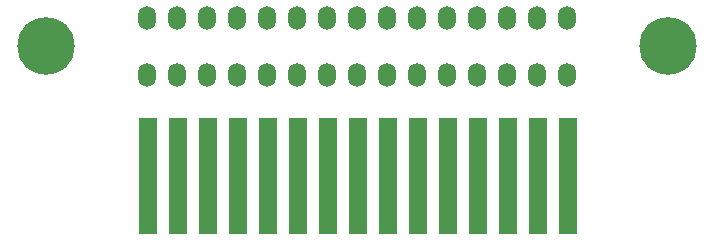
<source format=gbr>
%TF.GenerationSoftware,KiCad,Pcbnew,7.0.11-7.0.11~ubuntu22.04.1*%
%TF.CreationDate,2024-10-05T18:33:47-04:00*%
%TF.ProjectId,right_angle,72696768-745f-4616-9e67-6c652e6b6963,DEV*%
%TF.SameCoordinates,Original*%
%TF.FileFunction,Soldermask,Top*%
%TF.FilePolarity,Negative*%
%FSLAX46Y46*%
G04 Gerber Fmt 4.6, Leading zero omitted, Abs format (unit mm)*
G04 Created by KiCad (PCBNEW 7.0.11-7.0.11~ubuntu22.04.1) date 2024-10-05 18:33:47*
%MOMM*%
%LPD*%
G01*
G04 APERTURE LIST*
%ADD10O,1.500000X2.000000*%
%ADD11C,4.875000*%
%ADD12R,1.524000X9.906000*%
G04 APERTURE END LIST*
D10*
%TO.C,J12*%
X108686600Y-128383600D03*
X108686600Y-133209600D03*
X111226600Y-128383600D03*
X111226600Y-133209600D03*
X113766600Y-128383600D03*
X113766600Y-133209600D03*
X116306600Y-128383600D03*
X116306600Y-133209600D03*
X118846600Y-128383600D03*
X118846600Y-133209600D03*
X121386600Y-128383600D03*
X121386600Y-133209600D03*
X123926600Y-128383600D03*
X123926600Y-133209600D03*
X126466600Y-128383600D03*
X126466600Y-133209600D03*
X129006600Y-128383600D03*
X129006600Y-133209600D03*
X131546600Y-128383600D03*
X131546600Y-133209600D03*
X134086600Y-128383600D03*
X134086600Y-133209600D03*
X136626600Y-128383600D03*
X136626600Y-133209600D03*
X139166600Y-128383600D03*
X139166600Y-133209600D03*
X141706600Y-128383600D03*
X141706600Y-133209600D03*
X144246600Y-128383600D03*
X144246600Y-133209600D03*
D11*
X100116600Y-130784600D03*
X152816600Y-130784600D03*
%TD*%
D12*
%TO.C,J13*%
X108737400Y-141769400D03*
X111277400Y-141769400D03*
X113817400Y-141769400D03*
X116357400Y-141769400D03*
X118897400Y-141769400D03*
X121437400Y-141769400D03*
X123977400Y-141769400D03*
X126517400Y-141769400D03*
X129057400Y-141769400D03*
X131597400Y-141769400D03*
X134137400Y-141769400D03*
X136677400Y-141769400D03*
X139217400Y-141769400D03*
X141757400Y-141769400D03*
X144297400Y-141769400D03*
%TD*%
M02*

</source>
